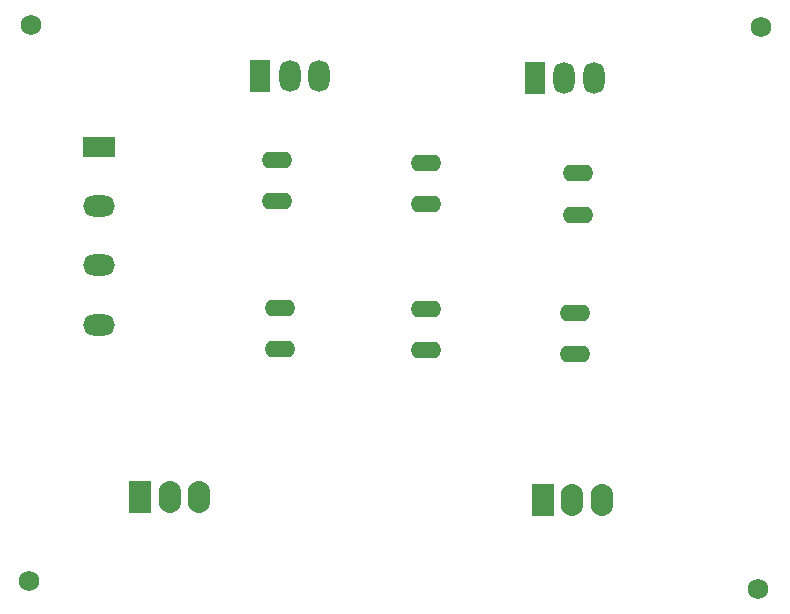
<source format=gbs>
%FSTAX23Y23*%
%MOIN*%
%SFA1B1*%

%IPPOS*%
%ADD13O,0.106420X0.070990*%
%ADD14R,0.106420X0.070990*%
%ADD15R,0.070990X0.106420*%
%ADD16O,0.070990X0.106420*%
%ADD17O,0.074930X0.106420*%
%ADD18R,0.074930X0.106420*%
%ADD19O,0.102000X0.055240*%
%ADD20C,0.068000*%
%LNpwrsup-1*%
%LPD*%
G54D13*
X01574Y03787D03*
Y03393D03*
Y0359D03*
G54D14*
X01574Y03984D03*
G54D15*
X03027Y04216D03*
X02113Y0422D03*
G54D16*
X03125Y04216D03*
X03224D03*
X02211Y0422D03*
X0231D03*
G54D17*
X03251Y02807D03*
X03153D03*
X01811Y02818D03*
X01909D03*
G54D18*
X03055Y02807D03*
X01712Y02818D03*
G54D19*
X03161Y03433D03*
Y03295D03*
X02665Y03444D03*
Y03307D03*
X02177Y03448D03*
Y03311D03*
X03173Y03897D03*
Y03759D03*
X02665Y03932D03*
Y03795D03*
X0217Y03805D03*
Y03942D03*
G54D20*
X03783Y04385D03*
X03771Y02511D03*
X01342Y02539D03*
X0135Y04393D03*
M02*
</source>
